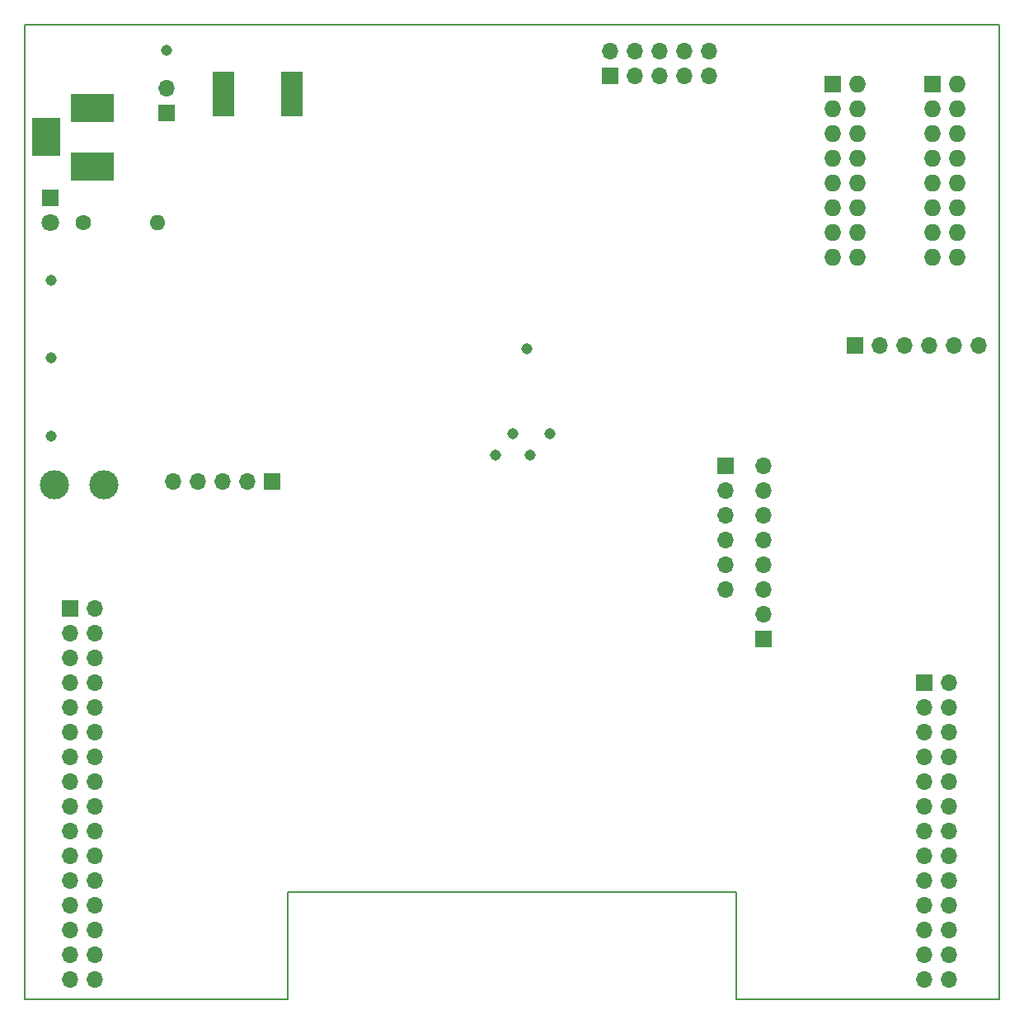
<source format=gbr>
G04 #@! TF.GenerationSoftware,KiCad,Pcbnew,5.1.6-c6e7f7d~86~ubuntu20.04.1*
G04 #@! TF.CreationDate,2020-05-17T16:05:01+03:00*
G04 #@! TF.ProjectId,GB-BENCH-G1,47422d42-454e-4434-982d-47312e6b6963,rev?*
G04 #@! TF.SameCoordinates,Original*
G04 #@! TF.FileFunction,Soldermask,Bot*
G04 #@! TF.FilePolarity,Negative*
%FSLAX46Y46*%
G04 Gerber Fmt 4.6, Leading zero omitted, Abs format (unit mm)*
G04 Created by KiCad (PCBNEW 5.1.6-c6e7f7d~86~ubuntu20.04.1) date 2020-05-17 16:05:01*
%MOMM*%
%LPD*%
G01*
G04 APERTURE LIST*
G04 #@! TA.AperFunction,Profile*
%ADD10C,0.150000*%
G04 #@! TD*
%ADD11C,3.000000*%
%ADD12C,1.143000*%
%ADD13R,1.727200X1.727200*%
%ADD14O,1.727200X1.727200*%
%ADD15R,1.800000X1.800000*%
%ADD16C,1.800000*%
%ADD17R,1.700000X1.700000*%
%ADD18O,1.700000X1.700000*%
%ADD19C,1.600000*%
%ADD20O,1.600000X1.600000*%
%ADD21R,2.300000X4.600000*%
%ADD22R,3.000000X4.000000*%
%ADD23R,4.500000X3.000000*%
G04 APERTURE END LIST*
D10*
X77000000Y-139000000D02*
X77000000Y-150000000D01*
X123000000Y-139000000D02*
X77000000Y-139000000D01*
X123000000Y-150000000D02*
X123000000Y-139000000D01*
X123000000Y-150000000D02*
X150000000Y-150000000D01*
X50000000Y-150000000D02*
X77000000Y-150000000D01*
X150000000Y-50000000D02*
X150000000Y-150000000D01*
X50000000Y-50000000D02*
X50000000Y-150000000D01*
X50000000Y-50000000D02*
X150000000Y-50000000D01*
D11*
X58100000Y-97200000D03*
X53020000Y-97200000D03*
D12*
X101900000Y-94200000D03*
X52700000Y-92200000D03*
D13*
X132960000Y-56100000D03*
D14*
X135500000Y-56100000D03*
X132960000Y-58640000D03*
X135500000Y-58640000D03*
X132960000Y-61180000D03*
X135500000Y-61180000D03*
X132960000Y-63720000D03*
X135500000Y-63720000D03*
X132960000Y-66260000D03*
X135500000Y-66260000D03*
X132960000Y-68800000D03*
X135500000Y-68800000D03*
X132960000Y-71340000D03*
X135500000Y-71340000D03*
X132960000Y-73880000D03*
X135500000Y-73880000D03*
D15*
X52600000Y-67760000D03*
D16*
X52600000Y-70300000D03*
D13*
X143160000Y-56100000D03*
D14*
X145700000Y-56100000D03*
X143160000Y-58640000D03*
X145700000Y-58640000D03*
X143160000Y-61180000D03*
X145700000Y-61180000D03*
X143160000Y-63720000D03*
X145700000Y-63720000D03*
X143160000Y-66260000D03*
X145700000Y-66260000D03*
X143160000Y-68800000D03*
X145700000Y-68800000D03*
X143160000Y-71340000D03*
X145700000Y-71340000D03*
X143160000Y-73880000D03*
X145700000Y-73880000D03*
D17*
X142300000Y-117500000D03*
D18*
X144840000Y-117500000D03*
X142300000Y-120040000D03*
X144840000Y-120040000D03*
X142300000Y-122580000D03*
X144840000Y-122580000D03*
X142300000Y-125120000D03*
X144840000Y-125120000D03*
X142300000Y-127660000D03*
X144840000Y-127660000D03*
X142300000Y-130200000D03*
X144840000Y-130200000D03*
X142300000Y-132740000D03*
X144840000Y-132740000D03*
X142300000Y-135280000D03*
X144840000Y-135280000D03*
X142300000Y-137820000D03*
X144840000Y-137820000D03*
X142300000Y-140360000D03*
X144840000Y-140360000D03*
X142300000Y-142900000D03*
X144840000Y-142900000D03*
X142300000Y-145440000D03*
X144840000Y-145440000D03*
X142300000Y-147980000D03*
X144840000Y-147980000D03*
D17*
X125800000Y-113060000D03*
D18*
X125800000Y-110520000D03*
X125800000Y-107980000D03*
X125800000Y-105440000D03*
X125800000Y-102900000D03*
X125800000Y-100360000D03*
X125800000Y-97820000D03*
X125800000Y-95280000D03*
D17*
X135180000Y-82900000D03*
D18*
X137720000Y-82900000D03*
X140260000Y-82900000D03*
X142800000Y-82900000D03*
X145340000Y-82900000D03*
X147880000Y-82900000D03*
D17*
X54600000Y-109880000D03*
D18*
X57140000Y-109880000D03*
X54600000Y-112420000D03*
X57140000Y-112420000D03*
X54600000Y-114960000D03*
X57140000Y-114960000D03*
X54600000Y-117500000D03*
X57140000Y-117500000D03*
X54600000Y-120040000D03*
X57140000Y-120040000D03*
X54600000Y-122580000D03*
X57140000Y-122580000D03*
X54600000Y-125120000D03*
X57140000Y-125120000D03*
X54600000Y-127660000D03*
X57140000Y-127660000D03*
X54600000Y-130200000D03*
X57140000Y-130200000D03*
X54600000Y-132740000D03*
X57140000Y-132740000D03*
X54600000Y-135280000D03*
X57140000Y-135280000D03*
X54600000Y-137820000D03*
X57140000Y-137820000D03*
X54600000Y-140360000D03*
X57140000Y-140360000D03*
X54600000Y-142900000D03*
X57140000Y-142900000D03*
X54600000Y-145440000D03*
X57140000Y-145440000D03*
X54600000Y-147980000D03*
X57140000Y-147980000D03*
D17*
X121900000Y-95280000D03*
D18*
X121900000Y-97820000D03*
X121900000Y-100360000D03*
X121900000Y-102900000D03*
X121900000Y-105440000D03*
X121900000Y-107980000D03*
D17*
X75380000Y-96900000D03*
D18*
X72840000Y-96900000D03*
X70300000Y-96900000D03*
X67760000Y-96900000D03*
X65220000Y-96900000D03*
D17*
X64500000Y-59000000D03*
D18*
X64500000Y-56460000D03*
D19*
X56000000Y-70300000D03*
D20*
X63620000Y-70300000D03*
D12*
X64500000Y-52600000D03*
X52700000Y-76200000D03*
X52700000Y-84200000D03*
X103900000Y-92000000D03*
X100100000Y-92000000D03*
X98300000Y-94200000D03*
X101500000Y-83200000D03*
D17*
X110080000Y-55200000D03*
D18*
X110080000Y-52660000D03*
X112620000Y-55200000D03*
X112620000Y-52660000D03*
X115160000Y-55200000D03*
X115160000Y-52660000D03*
X117700000Y-55200000D03*
X117700000Y-52660000D03*
X120240000Y-55200000D03*
X120240000Y-52660000D03*
D21*
X70400000Y-57100000D03*
X77400000Y-57100000D03*
D22*
X52200000Y-61500000D03*
D23*
X56900000Y-58500000D03*
X56900000Y-64500000D03*
M02*

</source>
